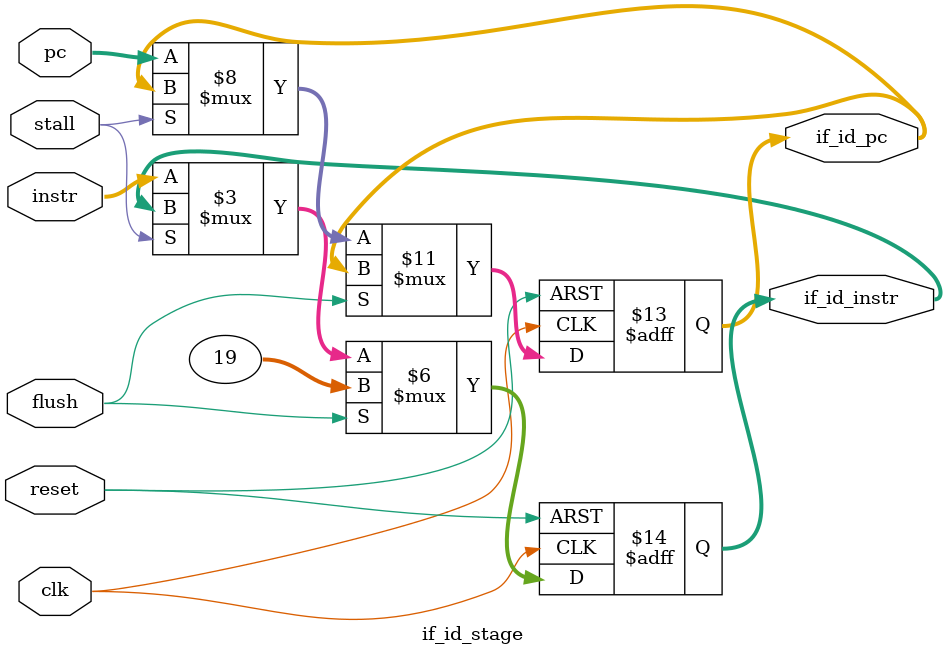
<source format=v>
module if_id_stage (
    input               clk,          // Clock
    input               reset,        // Async reset
    input               stall,        // Stall signal (from hazard unit)
    input               flush,        // Flush signal (e.g., branch misprediction)
    input        [31:0] pc,           // Current PC from IF stage
    input        [31:0] instr,        // Fetched instruction from memory
    output reg   [31:0] if_id_pc,     // Registered PC to ID stage
    output reg   [31:0] if_id_instr   // Registered instruction to ID stage
);

  // NOP instruction: addi x0, x0, 0 (used for flushing)
  localparam NOP = 32'h00000013;

  always @(posedge clk or posedge reset) begin
    if (reset) begin
      // Reset to safe defaults
      if_id_pc    <= 32'h0;
      if_id_instr <= NOP;
    end else if (flush) begin
      // Flush: Insert NOP, retain PC for debugging (optional)
      if_id_instr <= NOP;
      // if_id_pc <= 32'h0;  // Uncomment to clear PC on flush
    end else if (!stall) begin
      // Normal operation: Propagate PC and instruction
      if_id_pc    <= pc;
      if_id_instr <= instr;
    end
    // If stalled, registers retain their values implicitly
  end

endmodule

</source>
